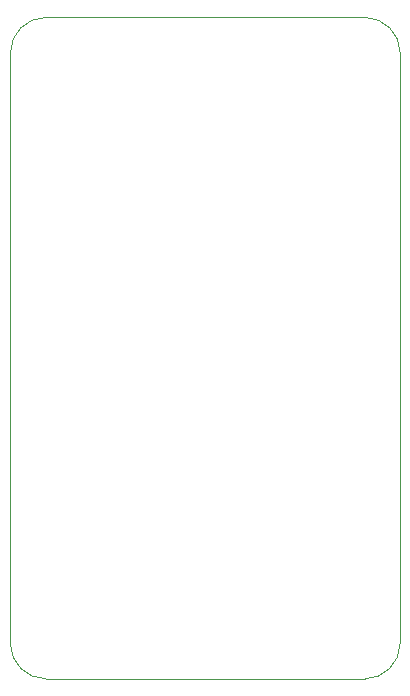
<source format=gbr>
%TF.GenerationSoftware,KiCad,Pcbnew,(7.0.0)*%
%TF.CreationDate,2023-04-03T13:39:18+09:00*%
%TF.ProjectId,STEP800_brakeConverter,53544550-3830-4305-9f62-72616b65436f,rev?*%
%TF.SameCoordinates,Original*%
%TF.FileFunction,Profile,NP*%
%FSLAX46Y46*%
G04 Gerber Fmt 4.6, Leading zero omitted, Abs format (unit mm)*
G04 Created by KiCad (PCBNEW (7.0.0)) date 2023-04-03 13:39:18*
%MOMM*%
%LPD*%
G01*
G04 APERTURE LIST*
%TA.AperFunction,Profile*%
%ADD10C,0.100000*%
%TD*%
G04 APERTURE END LIST*
D10*
X110000000Y-140000000D02*
G75*
G03*
X113000000Y-137000000I0J3000000D01*
G01*
X113000000Y-87000000D02*
G75*
G03*
X110000000Y-84000000I-3000000J0D01*
G01*
X83000000Y-84000000D02*
G75*
G03*
X80000000Y-87000000I0J-3000000D01*
G01*
X110000000Y-84000000D02*
X83000000Y-84000000D01*
X113000000Y-137000000D02*
X113000000Y-87000000D01*
X80000000Y-87000000D02*
X80000000Y-137000000D01*
X80000000Y-137000000D02*
G75*
G03*
X83000000Y-140000000I3000000J0D01*
G01*
X83000000Y-140000000D02*
X110000000Y-140000000D01*
M02*

</source>
